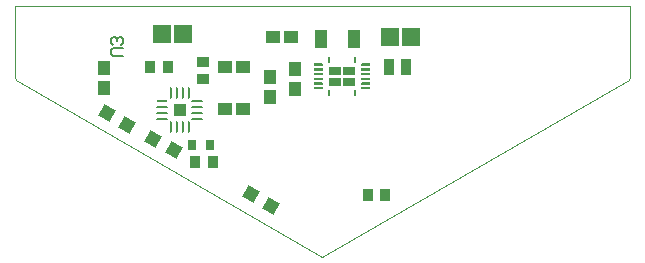
<source format=gtp>
G04*
G04 #@! TF.GenerationSoftware,Altium Limited,Altium Designer,22.4.2 (48)*
G04*
G04 Layer_Color=8421504*
%FSLAX25Y25*%
%MOIN*%
G70*
G04*
G04 #@! TF.SameCoordinates,9DE54F71-11C6-4998-B53C-E160C00813D1*
G04*
G04*
G04 #@! TF.FilePolarity,Positive*
G04*
G01*
G75*
%ADD11C,0.00787*%
%ADD14C,0.00004*%
%ADD15R,0.00984X0.02067*%
%ADD16R,0.00984X0.02067*%
%ADD17R,0.00984X0.02067*%
%ADD18R,0.00984X0.02067*%
%ADD19R,0.03937X0.03150*%
%ADD20R,0.03937X0.03150*%
%ADD21R,0.03937X0.03150*%
%ADD22R,0.03937X0.03150*%
%ADD23R,0.04183X0.04183*%
%ADD24R,0.04758X0.03985*%
%ADD25R,0.04134X0.04528*%
%ADD26R,0.03740X0.05315*%
%ADD27R,0.04331X0.06496*%
%ADD28R,0.05906X0.06102*%
%ADD29R,0.04134X0.03543*%
G04:AMPARAMS|DCode=30|XSize=9.42mil|YSize=38.03mil|CornerRadius=4.71mil|HoleSize=0mil|Usage=FLASHONLY|Rotation=0.000|XOffset=0mil|YOffset=0mil|HoleType=Round|Shape=RoundedRectangle|*
%AMROUNDEDRECTD30*
21,1,0.00942,0.02861,0,0,0.0*
21,1,0.00000,0.03803,0,0,0.0*
1,1,0.00942,0.00000,-0.01431*
1,1,0.00942,0.00000,-0.01431*
1,1,0.00942,0.00000,0.01431*
1,1,0.00942,0.00000,0.01431*
%
%ADD30ROUNDEDRECTD30*%
G04:AMPARAMS|DCode=31|XSize=38.03mil|YSize=9.42mil|CornerRadius=4.71mil|HoleSize=0mil|Usage=FLASHONLY|Rotation=0.000|XOffset=0mil|YOffset=0mil|HoleType=Round|Shape=RoundedRectangle|*
%AMROUNDEDRECTD31*
21,1,0.03803,0.00000,0,0,0.0*
21,1,0.02861,0.00942,0,0,0.0*
1,1,0.00942,0.01431,0.00000*
1,1,0.00942,-0.01431,0.00000*
1,1,0.00942,-0.01431,0.00000*
1,1,0.00942,0.01431,0.00000*
%
%ADD31ROUNDEDRECTD31*%
%ADD32R,0.03803X0.00942*%
%ADD33R,0.03543X0.04134*%
%ADD34P,0.06125X4X195.0*%
%ADD35R,0.02559X0.03543*%
G36*
X154650Y75457D02*
X157405D01*
X157484D01*
X157629Y75397D01*
X157739Y75286D01*
X157799Y75141D01*
Y75063D01*
Y74985D01*
X157739Y74840D01*
X157629Y74729D01*
X157484Y74669D01*
X157405D01*
D01*
X154650D01*
Y75457D01*
D02*
G37*
G36*
Y77031D02*
X157405D01*
X157484D01*
X157629Y76972D01*
X157739Y76861D01*
X157799Y76716D01*
Y76638D01*
Y76560D01*
X157739Y76415D01*
X157629Y76304D01*
X157484Y76244D01*
X157405D01*
Y76244D01*
X154650D01*
Y77031D01*
D02*
G37*
G36*
Y78606D02*
X157405D01*
X157484D01*
X157629Y78546D01*
X157739Y78436D01*
X157799Y78291D01*
Y78213D01*
Y78134D01*
X157739Y77990D01*
X157629Y77879D01*
X157484Y77819D01*
X157405D01*
D01*
X154650D01*
Y78606D01*
D02*
G37*
G36*
Y80181D02*
X157405D01*
X157484D01*
X157629Y80121D01*
X157739Y80010D01*
X157799Y79866D01*
Y79787D01*
Y79709D01*
X157739Y79564D01*
X157629Y79454D01*
X157484Y79394D01*
X157405D01*
D01*
X154650D01*
Y80181D01*
D02*
G37*
G36*
Y81756D02*
X157405Y81756D01*
X157484D01*
X157629Y81696D01*
X157739Y81585D01*
X157799Y81441D01*
Y81362D01*
Y81284D01*
X157739Y81139D01*
X157629Y81028D01*
X157484Y80968D01*
X157405D01*
D01*
X154650D01*
Y81756D01*
D02*
G37*
G36*
Y83331D02*
X157405D01*
X157484D01*
X157629Y83271D01*
X157739Y83160D01*
X157799Y83015D01*
Y82937D01*
Y82859D01*
X157739Y82714D01*
X157629Y82603D01*
X157484Y82543D01*
X157405D01*
D01*
X154650D01*
Y83331D01*
D02*
G37*
G36*
X173350Y74669D02*
X170595D01*
X170516D01*
X170371Y74729D01*
X170261Y74840D01*
X170201Y74985D01*
Y75063D01*
Y75141D01*
X170261Y75286D01*
X170371Y75397D01*
X170516Y75457D01*
X170595D01*
D01*
X173350D01*
Y74669D01*
D02*
G37*
G36*
Y76244D02*
X170595Y76244D01*
X170516D01*
X170371Y76304D01*
X170261Y76415D01*
X170201Y76560D01*
Y76638D01*
Y76716D01*
X170261Y76861D01*
X170371Y76972D01*
X170516Y77031D01*
X170595D01*
D01*
X173350D01*
Y76244D01*
D02*
G37*
G36*
Y77819D02*
X170595D01*
X170516D01*
X170371Y77879D01*
X170261Y77990D01*
X170201Y78134D01*
Y78213D01*
Y78291D01*
X170261Y78436D01*
X170371Y78546D01*
X170516Y78606D01*
X170595D01*
D01*
X173350D01*
Y77819D01*
D02*
G37*
G36*
Y79394D02*
X170595D01*
X170516D01*
X170371Y79454D01*
X170261Y79564D01*
X170201Y79709D01*
Y79787D01*
Y79866D01*
X170261Y80010D01*
X170371Y80121D01*
X170516Y80181D01*
X170595D01*
D01*
X173350D01*
Y79394D01*
D02*
G37*
G36*
Y80968D02*
X170595D01*
X170516D01*
X170371Y81028D01*
X170261Y81139D01*
X170201Y81284D01*
Y81362D01*
Y81441D01*
X170261Y81585D01*
X170371Y81696D01*
X170516Y81756D01*
X170595D01*
Y81756D01*
X173350D01*
Y80968D01*
D02*
G37*
G36*
Y82543D02*
X170595D01*
X170516D01*
X170371Y82603D01*
X170261Y82714D01*
X170201Y82859D01*
Y82937D01*
Y83015D01*
X170261Y83160D01*
X170371Y83271D01*
X170516Y83331D01*
X170595D01*
D01*
X173350D01*
Y82543D01*
D02*
G37*
D11*
X90999Y85693D02*
X87719D01*
X87063Y86349D01*
Y87661D01*
X87719Y88317D01*
X90999D01*
X90343Y89629D02*
X90999Y90285D01*
Y91597D01*
X90343Y92252D01*
X89687D01*
X89031Y91597D01*
Y90941D01*
Y91597D01*
X88375Y92252D01*
X87719D01*
X87063Y91597D01*
Y90285D01*
X87719Y89629D01*
D14*
X55404Y77680D02*
X157480Y18898D01*
X259557Y77679D01*
X259842Y78740D01*
Y102362D01*
X55118Y102362D02*
X259842Y102362D01*
X55118Y78740D02*
Y102362D01*
Y78740D02*
X55404Y77680D01*
D15*
X168331Y84364D02*
D03*
D16*
Y73636D02*
D03*
D17*
X159669Y84364D02*
D03*
D18*
Y73636D02*
D03*
D19*
X166362Y80968D02*
D03*
D20*
Y77031D02*
D03*
D21*
X161638Y80968D02*
D03*
D22*
Y77031D02*
D03*
D23*
X109953Y67799D02*
D03*
D24*
X124843Y68000D02*
D03*
X131157D02*
D03*
X140843Y92000D02*
D03*
X147157D02*
D03*
X131157Y82000D02*
D03*
X124843D02*
D03*
D25*
X140000Y72154D02*
D03*
Y78846D02*
D03*
X148429Y81559D02*
D03*
Y74866D02*
D03*
X84500Y81846D02*
D03*
Y75154D02*
D03*
D26*
X179547Y82000D02*
D03*
X185453D02*
D03*
D27*
X168110Y91500D02*
D03*
X156890D02*
D03*
D28*
X179957Y92000D02*
D03*
X187043D02*
D03*
X103957Y93000D02*
D03*
X111043D02*
D03*
D29*
X117500Y83854D02*
D03*
Y78146D02*
D03*
D30*
X107000Y73599D02*
D03*
X108969D02*
D03*
X110937D02*
D03*
X112906D02*
D03*
Y62000D02*
D03*
X110937D02*
D03*
X108969D02*
D03*
X107000D02*
D03*
D31*
X115752Y70752D02*
D03*
Y68784D02*
D03*
Y66815D02*
D03*
Y64847D02*
D03*
X104153D02*
D03*
Y66815D02*
D03*
Y68784D02*
D03*
D32*
Y70752D02*
D03*
D33*
X100146Y82000D02*
D03*
X105854D02*
D03*
X120854Y50500D02*
D03*
X115146D02*
D03*
X178354Y39500D02*
D03*
X172646D02*
D03*
D34*
X140372Y35833D02*
D03*
X133553Y39770D02*
D03*
X85553Y66770D02*
D03*
X92372Y62833D02*
D03*
X107872Y54333D02*
D03*
X101053Y58270D02*
D03*
D35*
X119854Y56000D02*
D03*
X114146D02*
D03*
M02*

</source>
